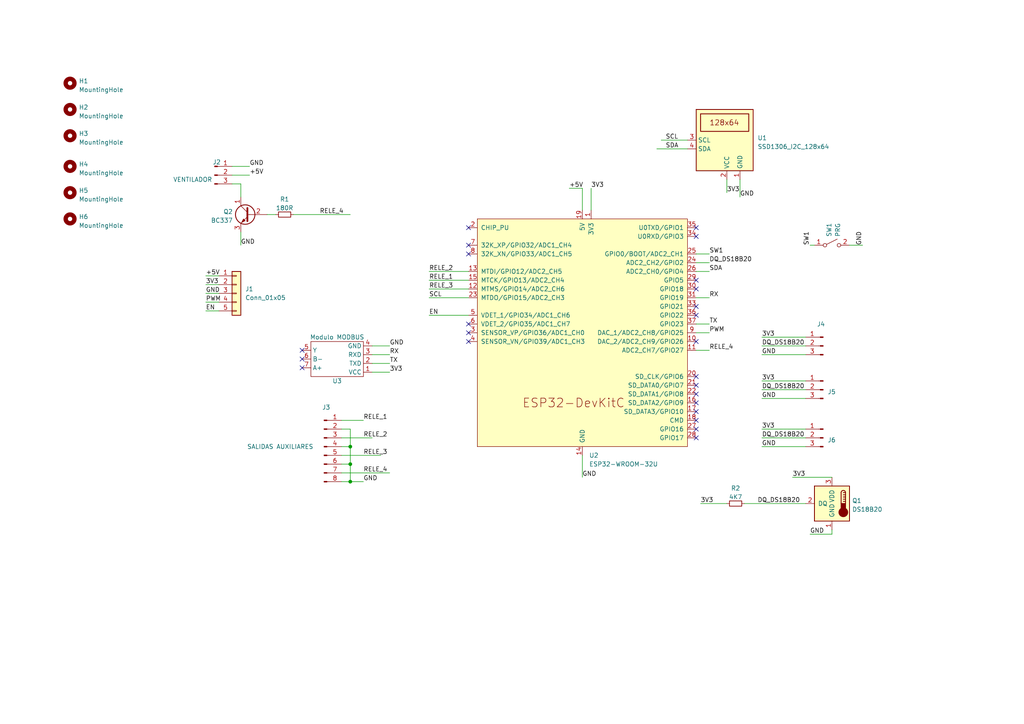
<source format=kicad_sch>
(kicad_sch (version 20230121) (generator eeschema)
  (paper "A4")
  (lib_symbols
    (symbol "Connector:Conn_01x03_Pin" (pin_names (offset 1.016) hide)
      (property "Reference" "J" (at 0 5.08 0))
      (property "Value" "Conn_01x03_Pin" (at 0 -5.08 0))
      (symbol "Conn_01x03_Pin_1_1"
        (polyline (pts (xy 1.27 -2.54) (xy 0.8636 -2.54)) (stroke (width 0.1524)))
        (polyline (pts (xy 1.27 0) (xy 0.8636 0)) (stroke (width 0.1524)))
        (polyline (pts (xy 1.27 2.54) (xy 0.8636 2.54)) (stroke (width 0.1524)))
        (rectangle (start 0.8636 -2.413) (end 0 -2.667) (stroke (width 0.1524)) (fill (type outline)))
        (rectangle (start 0.8636 0.127) (end 0 -0.127) (stroke (width 0.1524)) (fill (type outline)))
        (rectangle (start 0.8636 2.667) (end 0 2.413) (stroke (width 0.1524)) (fill (type outline)))
        (pin passive line (at 5.08 2.54 180) (length 3.81) (name "Pin_1") (number "1"))
        (pin passive line (at 5.08 0 180) (length 3.81) (name "Pin_2") (number "2"))
        (pin passive line (at 5.08 -2.54 180) (length 3.81) (name "Pin_3") (number "3"))
      )
    )
    (symbol "Connector:Conn_01x08_Pin" (pin_names (offset 1.016) hide)
      (property "Reference" "J" (at 0 10.16 0))
      (property "Value" "Conn_01x08_Pin" (at 0 -12.7 0))
      (symbol "Conn_01x08_Pin_1_1"
        (polyline (pts (xy 1.27 -10.16) (xy 0.8636 -10.16)) (stroke (width 0.1524)))
        (polyline (pts (xy 1.27 -7.62) (xy 0.8636 -7.62)) (stroke (width 0.1524)))
        (polyline (pts (xy 1.27 -5.08) (xy 0.8636 -5.08)) (stroke (width 0.1524)))
        (polyline (pts (xy 1.27 -2.54) (xy 0.8636 -2.54)) (stroke (width 0.1524)))
        (polyline (pts (xy 1.27 0) (xy 0.8636 0)) (stroke (width 0.1524)))
        (polyline (pts (xy 1.27 2.54) (xy 0.8636 2.54)) (stroke (width 0.1524)))
        (polyline (pts (xy 1.27 5.08) (xy 0.8636 5.08)) (stroke (width 0.1524)))
        (polyline (pts (xy 1.27 7.62) (xy 0.8636 7.62)) (stroke (width 0.1524)))
        (rectangle (start 0.8636 -10.033) (end 0 -10.287) (stroke (width 0.1524)) (fill (type outline)))
        (rectangle (start 0.8636 -7.493) (end 0 -7.747) (stroke (width 0.1524)) (fill (type outline)))
        (rectangle (start 0.8636 -4.953) (end 0 -5.207) (stroke (width 0.1524)) (fill (type outline)))
        (rectangle (start 0.8636 -2.413) (end 0 -2.667) (stroke (width 0.1524)) (fill (type outline)))
        (rectangle (start 0.8636 0.127) (end 0 -0.127) (stroke (width 0.1524)) (fill (type outline)))
        (rectangle (start 0.8636 2.667) (end 0 2.413) (stroke (width 0.1524)) (fill (type outline)))
        (rectangle (start 0.8636 5.207) (end 0 4.953) (stroke (width 0.1524)) (fill (type outline)))
        (rectangle (start 0.8636 7.747) (end 0 7.493) (stroke (width 0.1524)) (fill (type outline)))
        (pin passive line (at 5.08 7.62 180) (length 3.81) (name "Pin_1") (number "1"))
        (pin passive line (at 5.08 5.08 180) (length 3.81) (name "Pin_2") (number "2"))
        (pin passive line (at 5.08 2.54 180) (length 3.81) (name "Pin_3") (number "3"))
        (pin passive line (at 5.08 0 180) (length 3.81) (name "Pin_4") (number "4"))
        (pin passive line (at 5.08 -2.54 180) (length 3.81) (name "Pin_5") (number "5"))
        (pin passive line (at 5.08 -5.08 180) (length 3.81) (name "Pin_6") (number "6"))
        (pin passive line (at 5.08 -7.62 180) (length 3.81) (name "Pin_7") (number "7"))
        (pin passive line (at 5.08 -10.16 180) (length 3.81) (name "Pin_8") (number "8"))
      )
    )
    (symbol "Connector_Generic:Conn_01x05" (pin_names (offset 1.016) hide)
      (property "Reference" "J" (at 0 7.62 0))
      (property "Value" "Conn_01x05" (at 0 -7.62 0))
      (symbol "Conn_01x05_1_1"
        (rectangle (start -1.27 -4.953) (end 0 -5.207) (stroke (width 0.1524)))
        (rectangle (start -1.27 -2.413) (end 0 -2.667) (stroke (width 0.1524)))
        (rectangle (start -1.27 0.127) (end 0 -0.127) (stroke (width 0.1524)))
        (rectangle (start -1.27 2.667) (end 0 2.413) (stroke (width 0.1524)))
        (rectangle (start -1.27 5.207) (end 0 4.953) (stroke (width 0.1524)))
        (rectangle (start -1.27 6.35) (end 1.27 -6.35) (stroke (width 0.254)) (fill (type background)))
        (pin passive line (at -5.08 5.08 0) (length 3.81) (name "Pin_1") (number "1"))
        (pin passive line (at -5.08 2.54 0) (length 3.81) (name "Pin_2") (number "2"))
        (pin passive line (at -5.08 0 0) (length 3.81) (name "Pin_3") (number "3"))
        (pin passive line (at -5.08 -2.54 0) (length 3.81) (name "Pin_4") (number "4"))
        (pin passive line (at -5.08 -5.08 0) (length 3.81) (name "Pin_5") (number "5"))
      )
    )
    (symbol "Device:R_Small" (pin_numbers hide) (pin_names (offset 0.254) hide)
      (property "Reference" "R" (at 0.762 0.508 0))
      (property "Value" "R_Small" (at 0.762 -1.016 0))
      (symbol "R_Small_0_1"
        (rectangle (start -0.762 1.778) (end 0.762 -1.778) (stroke (width 0.2032)))
      )
      (symbol "R_Small_1_1"
        (pin passive line (at 0 2.54 270) (length 0.762) (name "~") (number "1"))
        (pin passive line (at 0 -2.54 90) (length 0.762) (name "~") (number "2"))
      )
    )
    (symbol "Espressif:ESP32-DevKitC" (pin_names (offset 1.016))
      (property "Reference" "U" (at -30.48 38.1 0))
      (property "Value" "ESP32-DevKitC" (at -30.48 35.56 0))
      (symbol "ESP32-DevKitC_0_0"
        (text "ESP32-DevKitC" (at -2.54 -20.32 0) (effects (font (size 2.54 2.54))))
        (pin power_in line (at 0 -35.56 90) (length 2.54) (name "GND") (number "14"))
        (pin power_in line (at 0 35.56 270) (length 2.54) (name "5V") (number "19"))
      )
      (symbol "ESP32-DevKitC_0_1"
        (rectangle (start -30.48 33.02) (end 30.48 -33.02) (fill (type background)))
      )
      (symbol "ESP32-DevKitC_1_1"
        (pin power_in line (at 2.54 35.56 270) (length 2.54) (name "3V3") (number "1"))
        (pin bidirectional line (at 33.02 -2.54 180) (length 2.54) (name "DAC_2/ADC2_CH9/GPIO26") (number "10"))
        (pin bidirectional line (at 33.02 -5.08 180) (length 2.54) (name "ADC2_CH7/GPIO27") (number "11"))
        (pin bidirectional line (at -33.02 12.7 0) (length 2.54) (name "MTMS/GPIO14/ADC2_CH6") (number "12"))
        (pin bidirectional line (at -33.02 17.78 0) (length 2.54) (name "MTDI/GPIO12/ADC2_CH5") (number "13"))
        (pin bidirectional line (at -33.02 15.24 0) (length 2.54) (name "MTCK/GPIO13/ADC2_CH4") (number "15"))
        (pin bidirectional line (at 33.02 -20.32 180) (length 2.54) (name "SD_DATA2/GPIO9") (number "16"))
        (pin bidirectional line (at 33.02 -22.86 180) (length 2.54) (name "SD_DATA3/GPIO10") (number "17"))
        (pin bidirectional line (at 33.02 -25.4 180) (length 2.54) (name "CMD") (number "18"))
        (pin input line (at -33.02 30.48 0) (length 2.54) (name "CHIP_PU") (number "2"))
        (pin bidirectional line (at 33.02 -12.7 180) (length 2.54) (name "SD_CLK/GPIO6") (number "20"))
        (pin bidirectional line (at 33.02 -15.24 180) (length 2.54) (name "SD_DATA0/GPIO7") (number "21"))
        (pin bidirectional line (at 33.02 -17.78 180) (length 2.54) (name "SD_DATA1/GPIO8") (number "22"))
        (pin bidirectional line (at -33.02 10.16 0) (length 2.54) (name "MTDO/GPIO15/ADC2_CH3") (number "23"))
        (pin bidirectional line (at 33.02 20.32 180) (length 2.54) (name "ADC2_CH2/GPIO2") (number "24"))
        (pin bidirectional line (at 33.02 22.86 180) (length 2.54) (name "GPIO0/BOOT/ADC2_CH1") (number "25"))
        (pin bidirectional line (at 33.02 17.78 180) (length 2.54) (name "ADC2_CH0/GPIO4") (number "26"))
        (pin bidirectional line (at 33.02 -27.94 180) (length 2.54) (name "GPIO16") (number "27"))
        (pin bidirectional line (at 33.02 -30.48 180) (length 2.54) (name "GPIO17") (number "28"))
        (pin bidirectional line (at 33.02 15.24 180) (length 2.54) (name "GPIO5") (number "29"))
        (pin input line (at -33.02 0 0) (length 2.54) (name "SENSOR_VP/GPIO36/ADC1_CH0") (number "3"))
        (pin bidirectional line (at 33.02 12.7 180) (length 2.54) (name "GPIO18") (number "30"))
        (pin bidirectional line (at 33.02 10.16 180) (length 2.54) (name "GPIO19") (number "31"))
        (pin passive line (at 0 -35.56 90) (length 2.54) hide (name "GND") (number "32"))
        (pin bidirectional line (at 33.02 7.62 180) (length 2.54) (name "GPIO21") (number "33"))
        (pin bidirectional line (at 33.02 27.94 180) (length 2.54) (name "U0RXD/GPIO3") (number "34"))
        (pin bidirectional line (at 33.02 30.48 180) (length 2.54) (name "U0TXD/GPIO1") (number "35"))
        (pin bidirectional line (at 33.02 5.08 180) (length 2.54) (name "GPIO22") (number "36"))
        (pin bidirectional line (at 33.02 2.54 180) (length 2.54) (name "GPIO23") (number "37"))
        (pin passive line (at 0 -35.56 90) (length 2.54) hide (name "GND") (number "38"))
        (pin input line (at -33.02 -2.54 0) (length 2.54) (name "SENSOR_VN/GPIO39/ADC1_CH3") (number "4"))
        (pin input line (at -33.02 5.08 0) (length 2.54) (name "VDET_1/GPIO34/ADC1_CH6") (number "5"))
        (pin input line (at -33.02 2.54 0) (length 2.54) (name "VDET_2/GPIO35/ADC1_CH7") (number "6"))
        (pin bidirectional line (at -33.02 25.4 0) (length 2.54) (name "32K_XP/GPIO32/ADC1_CH4") (number "7"))
        (pin bidirectional line (at -33.02 22.86 0) (length 2.54) (name "32K_XN/GPIO33/ADC1_CH5") (number "8"))
        (pin bidirectional line (at 33.02 0 180) (length 2.54) (name "DAC_1/ADC2_CH8/GPIO25") (number "9"))
      )
    )
    (symbol "Mechanical:MountingHole" (pin_names (offset 1.016))
      (property "Reference" "H" (at 0 5.08 0))
      (property "Value" "MountingHole" (at 0 3.175 0))
      (symbol "MountingHole_0_1"
        (circle (center 0 0) (radius 1.27) (stroke (width 1.27)))
      )
    )
    (symbol "OLED_SSD1312_I2C:SSD1312_I2C_128x64"
      (property "Reference" "U" (at 0 3.81 0))
      (property "Value" "SSD1312_I2C_128x64" (at 0 1.27 0))
      (symbol "SSD1312_I2C_128x64_0_0"
        (rectangle (start -6.35 -2.54) (end 7.62 -7.62) (stroke (width 0.254)))
        (text "128x64" (at -3.81 -5.08 0) (effects (font (size 1.524 1.524)) (justify left)))
      )
      (symbol "SSD1312_I2C_128x64_0_1"
        (rectangle (start -7.62 -1.27) (end 8.89 -19.05) (stroke (width 0.254)) (fill (type background)))
      )
      (symbol "SSD1312_I2C_128x64_1_1"
        (pin power_in line (at 5.08 -21.59 90) (length 2.54) (name "GND") (number "1"))
        (pin power_in line (at 1.27 -21.59 90) (length 2.54) (name "VCC") (number "2"))
        (pin input line (at -10.16 -10.16 0) (length 2.54) (name "SCL") (number "3"))
        (pin bidirectional line (at -10.16 -12.7 0) (length 2.54) (name "SDA") (number "4"))
      )
    )
    (symbol "Sensor_Temperature:DS18B20" (pin_names (offset 1.016))
      (property "Reference" "U" (at -3.81 6.35 0))
      (property "Value" "DS18B20" (at 6.35 6.35 0))
      (symbol "DS18B20_0_1"
        (rectangle (start -5.08 5.08) (end 5.08 -5.08) (stroke (width 0.254)) (fill (type background)))
        (circle (center -3.302 -2.54) (radius 1.27) (stroke (width 0.254)) (fill (type outline)))
        (rectangle (start -2.667 -1.905) (end -3.937 0) (stroke (width 0.254)) (fill (type outline)))
        (arc (start -2.667 3.175) (mid -3.302 3.8073) (end -3.937 3.175) (stroke (width 0.254)))
        (polyline (pts (xy -3.937 0.635) (xy -3.302 0.635)) (stroke (width 0.254)))
        (polyline (pts (xy -3.937 1.27) (xy -3.302 1.27)) (stroke (width 0.254)))
        (polyline (pts (xy -3.937 1.905) (xy -3.302 1.905)) (stroke (width 0.254)))
        (polyline (pts (xy -3.937 2.54) (xy -3.302 2.54)) (stroke (width 0.254)))
        (polyline (pts (xy -3.937 3.175) (xy -3.937 0)) (stroke (width 0.254)))
        (polyline (pts (xy -3.937 3.175) (xy -3.302 3.175)) (stroke (width 0.254)))
        (polyline (pts (xy -2.667 3.175) (xy -2.667 0)) (stroke (width 0.254)))
      )
      (symbol "DS18B20_1_1"
        (pin power_in line (at 0 -7.62 90) (length 2.54) (name "GND") (number "1"))
        (pin bidirectional line (at 7.62 0 180) (length 2.54) (name "DQ") (number "2"))
        (pin power_in line (at 0 7.62 270) (length 2.54) (name "VDD") (number "3"))
      )
    )
    (symbol "Switch:SW_SPST" (pin_names (offset 0) hide)
      (property "Reference" "SW" (at 0 3.175 0))
      (property "Value" "SW_SPST" (at 0 -2.54 0))
      (symbol "SW_SPST_0_0"
        (circle (center -2.032 0) (radius 0.508))
        (polyline (pts (xy -1.524 0.254) (xy 1.524 1.778)))
        (circle (center 2.032 0) (radius 0.508))
      )
      (symbol "SW_SPST_1_1"
        (pin passive line (at -5.08 0 0) (length 2.54) (name "A") (number "1"))
        (pin passive line (at 5.08 0 180) (length 2.54) (name "B") (number "2"))
      )
    )
    (symbol "Transistor_BJT:BC337" (pin_names (offset 0) hide)
      (property "Reference" "Q" (at 5.08 1.905 0))
      (property "Value" "BC337" (at 5.08 0 0))
      (symbol "BC337_0_1"
        (polyline (pts (xy 0 0) (xy 0.635 0)))
        (polyline (pts (xy 0.635 0.635) (xy 2.54 2.54)))
        (polyline (pts (xy 0.635 -0.635) (xy 2.54 -2.54) (xy 2.54 -2.54)))
        (polyline (pts (xy 0.635 1.905) (xy 0.635 -1.905) (xy 0.635 -1.905)) (stroke (width 0.508)))
        (polyline (pts (xy 1.27 -1.778) (xy 1.778 -1.27) (xy 2.286 -2.286) (xy 1.27 -1.778) (xy 1.27 -1.778)) (fill (type outline)))
        (circle (center 1.27 0) (radius 2.8194) (stroke (width 0.254)))
      )
      (symbol "BC337_1_1"
        (pin passive line (at 2.54 5.08 270) (length 2.54) (name "C") (number "1"))
        (pin input line (at -5.08 0 0) (length 5.08) (name "B") (number "2"))
        (pin passive line (at 2.54 -5.08 90) (length 2.54) (name "E") (number "3"))
      )
    )
    (symbol "module:HW-519_MODBUS"
      (property "Reference" "U" (at 5.08 3.81 0))
      (symbol "HW-519_MODBUS_0_1"
        (polyline (pts (xy -2.54 2.54) (xy 12.7 2.54) (xy 12.7 -7.62) (xy -2.54 -7.62) (xy -2.54 2.54)))
      )
      (symbol "HW-519_MODBUS_1_1"
        (pin input line (at -5.08 1.27 0) (length 2.54) (name "VCC") (number "1"))
        (pin input line (at -5.08 -1.27 0) (length 2.54) (name "TXD") (number "2"))
        (pin input line (at -5.08 -3.81 0) (length 2.54) (name "RXD") (number "3"))
        (pin input line (at -5.08 -6.35 0) (length 2.54) (name "GND") (number "4"))
        (pin input line (at 15.24 -5.08 180) (length 2.54) (name "Y") (number "5"))
        (pin input line (at 15.24 -2.54 180) (length 2.54) (name "B-") (number "6"))
        (pin input line (at 15.24 0 180) (length 2.54) (name "A+") (number "7"))
      )
    )
  )
  (junction (at 101.6 129.54))
  (junction (at 101.6 139.7))
  (junction (at 101.6 134.62))
  (no_connect (at 201.93 127))
  (no_connect (at 135.89 73.66))
  (no_connect (at 201.93 111.76))
  (no_connect (at 201.93 66.04))
  (no_connect (at 135.89 71.12))
  (no_connect (at 87.63 106.68))
  (no_connect (at 201.93 83.82))
  (no_connect (at 201.93 81.28))
  (no_connect (at 135.89 96.52))
  (no_connect (at 135.89 99.06))
  (no_connect (at 201.93 116.84))
  (no_connect (at 135.89 93.98))
  (no_connect (at 201.93 91.44))
  (no_connect (at 135.89 66.04))
  (no_connect (at 201.93 114.3))
  (no_connect (at 201.93 88.9))
  (no_connect (at 87.63 104.14))
  (no_connect (at 201.93 109.22))
  (no_connect (at 201.93 99.06))
  (no_connect (at 87.63 101.6))
  (no_connect (at 201.93 124.46))
  (no_connect (at 201.93 119.38))
  (no_connect (at 201.93 121.92))
  (no_connect (at 201.93 68.58))
  (wire (pts (xy 69.85 57.15) (xy 69.85 53.34)))
  (wire (pts (xy 77.47 62.23) (xy 80.01 62.23)))
  (wire (pts (xy 99.06 127) (xy 107.95 127)))
  (wire (pts (xy 210.82 146.05) (xy 203.2 146.05)))
  (wire (pts (xy 107.95 105.41) (xy 113.03 105.41)))
  (wire (pts (xy 99.06 129.54) (xy 101.6 129.54)))
  (wire (pts (xy 190.5 43.18) (xy 199.39 43.18)))
  (wire (pts (xy 67.31 48.26) (xy 72.39 48.26)))
  (wire (pts (xy 124.46 81.28) (xy 135.89 81.28)))
  (wire (pts (xy 99.06 139.7) (xy 101.6 139.7)))
  (wire (pts (xy 85.09 62.23) (xy 101.6 62.23)))
  (wire (pts (xy 201.93 101.6) (xy 205.74 101.6)))
  (wire (pts (xy 241.3 154.94) (xy 241.3 153.67)))
  (wire (pts (xy 168.91 54.61) (xy 168.91 60.96)))
  (wire (pts (xy 124.46 83.82) (xy 135.89 83.82)))
  (wire (pts (xy 220.98 113.03) (xy 233.68 113.03)))
  (wire (pts (xy 220.98 124.46) (xy 233.68 124.46)))
  (wire (pts (xy 229.87 138.43) (xy 241.3 138.43)))
  (wire (pts (xy 101.6 134.62) (xy 101.6 139.7)))
  (wire (pts (xy 99.06 121.92) (xy 105.41 121.92)))
  (wire (pts (xy 124.46 78.74) (xy 135.89 78.74)))
  (wire (pts (xy 107.95 100.33) (xy 113.03 100.33)))
  (wire (pts (xy 246.38 71.12) (xy 250.19 71.12)))
  (wire (pts (xy 201.93 86.36) (xy 205.74 86.36)))
  (wire (pts (xy 168.91 132.08) (xy 168.91 138.43)))
  (wire (pts (xy 107.95 102.87) (xy 113.03 102.87)))
  (wire (pts (xy 201.93 96.52) (xy 205.74 96.52)))
  (wire (pts (xy 220.98 129.54) (xy 233.68 129.54)))
  (wire (pts (xy 99.06 134.62) (xy 101.6 134.62)))
  (wire (pts (xy 214.63 52.07) (xy 214.63 57.15)))
  (wire (pts (xy 101.6 124.46) (xy 101.6 129.54)))
  (wire (pts (xy 171.45 54.61) (xy 171.45 60.96)))
  (wire (pts (xy 99.06 132.08) (xy 110.49 132.08)))
  (wire (pts (xy 220.98 102.87) (xy 233.68 102.87)))
  (wire (pts (xy 234.95 71.12) (xy 236.22 71.12)))
  (wire (pts (xy 215.9 146.05) (xy 233.68 146.05)))
  (wire (pts (xy 210.82 52.07) (xy 210.82 55.88)))
  (wire (pts (xy 220.98 97.79) (xy 233.68 97.79)))
  (wire (pts (xy 59.69 90.17) (xy 63.5 90.17)))
  (wire (pts (xy 72.39 50.8) (xy 67.31 50.8)))
  (wire (pts (xy 201.93 93.98) (xy 205.74 93.98)))
  (wire (pts (xy 99.06 124.46) (xy 101.6 124.46)))
  (wire (pts (xy 101.6 129.54) (xy 101.6 134.62)))
  (wire (pts (xy 220.98 127) (xy 233.68 127)))
  (wire (pts (xy 107.95 107.95) (xy 113.03 107.95)))
  (wire (pts (xy 234.95 154.94) (xy 241.3 154.94)))
  (wire (pts (xy 124.46 91.44) (xy 135.89 91.44)))
  (wire (pts (xy 220.98 100.33) (xy 233.68 100.33)))
  (wire (pts (xy 220.98 110.49) (xy 233.68 110.49)))
  (wire (pts (xy 59.69 87.63) (xy 63.5 87.63)))
  (wire (pts (xy 99.06 137.16) (xy 113.03 137.16)))
  (wire (pts (xy 59.69 82.55) (xy 63.5 82.55)))
  (wire (pts (xy 59.69 85.09) (xy 63.5 85.09)))
  (wire (pts (xy 220.98 115.57) (xy 233.68 115.57)))
  (wire (pts (xy 201.93 73.66) (xy 205.74 73.66)))
  (wire (pts (xy 135.89 86.36) (xy 124.46 86.36)))
  (wire (pts (xy 165.1 54.61) (xy 168.91 54.61)))
  (wire (pts (xy 191.77 40.64) (xy 199.39 40.64)))
  (wire (pts (xy 69.85 67.31) (xy 69.85 71.12)))
  (wire (pts (xy 69.85 53.34) (xy 67.31 53.34)))
  (wire (pts (xy 201.93 76.2) (xy 205.74 76.2)))
  (wire (pts (xy 201.93 78.74) (xy 205.74 78.74)))
  (wire (pts (xy 59.69 80.01) (xy 63.5 80.01)))
  (wire (pts (xy 105.41 139.7) (xy 101.6 139.7)))
  (label "TX" (at 205.74 93.98 0))
  (label "+5V" (at 165.1 54.61 0))
  (label "3V3" (at 220.98 97.79 0))
  (label "+5V" (at 72.39 50.8 0))
  (label "GND" (at 220.98 102.87 0))
  (label "EN" (at 59.69 90.17 0))
  (label "DQ_DS18B20" (at 220.98 113.03 0))
  (label "3V3" (at 210.82 55.88 0))
  (label "GND" (at 59.69 85.09 0))
  (label "RELE_2" (at 105.41 127 0))
  (label "GND" (at 234.95 154.94 0))
  (label "3V3" (at 171.45 54.61 0))
  (label "GND" (at 220.98 115.57 0))
  (label "GND" (at 250.19 71.12 90))
  (label "SDA" (at 193.04 43.18 0))
  (label "RX" (at 113.03 102.87 0))
  (label "TX" (at 113.03 105.41 0))
  (label "EN" (at 124.46 91.44 0))
  (label "3V3" (at 229.87 138.43 0))
  (label "+5V" (at 59.69 80.01 0))
  (label "SW1" (at 234.95 71.12 90))
  (label "PWM" (at 59.69 87.63 0))
  (label "GND" (at 72.39 48.26 0))
  (label "SCL" (at 124.46 86.36 0))
  (label "RELE_3" (at 105.41 132.08 0))
  (label "RELE_2" (at 124.46 78.74 0))
  (label "3V3" (at 220.98 110.49 0))
  (label "GND" (at 168.91 138.43 0))
  (label "SW1" (at 205.74 73.66 0))
  (label "DQ_DS18B20" (at 220.98 127 0))
  (label "RX" (at 205.74 86.36 0))
  (label "RELE_4" (at 205.74 101.6 0))
  (label "PWM" (at 205.74 96.52 0))
  (label "GND" (at 69.85 71.12 0))
  (label "RELE_4" (at 105.41 137.16 0))
  (label "GND" (at 220.98 129.54 0))
  (label "RELE_4" (at 92.71 62.23 0))
  (label "DQ_DS18B20" (at 205.74 76.2 0))
  (label "DQ_DS18B20" (at 219.71 146.05 0))
  (label "GND" (at 113.03 100.33 0))
  (label "DQ_DS18B20" (at 220.98 100.33 0))
  (label "GND" (at 214.63 57.15 0))
  (label "RELE_1" (at 124.46 81.28 0))
  (label "RELE_1" (at 105.41 121.92 0))
  (label "SCL" (at 193.04 40.64 0))
  (label "3V3" (at 203.2 146.05 0))
  (label "3V3" (at 59.69 82.55 0))
  (label "RELE_3" (at 124.46 83.82 0))
  (label "GND" (at 105.41 139.7 0))
  (label "3V3" (at 113.03 107.95 0))
  (label "SDA" (at 205.74 78.74 0))
  (label "3V3" (at 220.98 124.46 0))
  (symbol (lib_id "module:HW-519_MODBUS") (at 102.87 106.68 180) (unit 1)
    (property "Reference" "U3" (at 97.79 110.49 0))
    (property "Value" "Modulo MODBUS" (at 97.79 97.79 0))
    (property "Footprint" "Module:MW-519 MODBUS" (effects hide))
  )
  (symbol (lib_id "Mechanical:MountingHole") (at 20.32 31.75 0) (unit 1)
    (property "Reference" "H2" (at 22.86 31.115 0) (effects (justify left)))
    (property "Value" "MountingHole" (at 22.86 33.655 0) (effects (justify left)))
    (property "Footprint" "MountingHole:MountingHole_3.2mm_M3" (effects hide))
  )
  (symbol (lib_id "Connector:Conn_01x08_Pin") (at 93.98 129.54 0) (unit 1)
    (property "Reference" "J3" (at 94.615 118.144 0))
    (property "Value" "SALIDAS AUXILIARES" (at 81.28 129.54 0))
    (property "Footprint" "Connector_PinHeader_2.54mm:PinHeader_1x08_P2.54mm_Vertical" (effects hide))
  )
  (symbol (lib_id "Connector:Conn_01x03_Pin") (at 62.23 50.8 0) (unit 1)
    (property "Reference" "J2" (at 62.865 47.024 0))
    (property "Value" "VENTILADOR" (at 55.88 52.07 0))
    (property "Footprint" "Connector_PinHeader_2.54mm:PinHeader_1x03_P2.54mm_Vertical" (effects hide))
  )
  (symbol (lib_id "Connector:Conn_01x03_Pin") (at 238.76 127 0) (mirror y) (unit 1)
    (property "Reference" "J6" (at 240.03 127.635 0) (effects (justify right)))
    (property "Value" "Conn_01x03_Male" (effects hide))
    (property "Footprint" "Connector_PinHeader_2.54mm:PinHeader_1x03_P2.54mm_Vertical" (effects hide))
  )
  (symbol (lib_id "Transistor_BJT:BC337") (at 72.39 62.23 0) (mirror y) (unit 1)
    (property "Reference" "Q2" (at 67.5386 61.3953 0) (effects (justify left)))
    (property "Value" "BC337" (at 67.5386 63.9322 0) (effects (justify left)))
    (property "Footprint" "Package_TO_SOT_THT:TO-92_Inline" (effects hide))
    (property "Datasheet" "https://diotec.com/tl_files/diotec/files/pdf/datasheets/bc337.pdf" (effects hide))
  )
  (symbol (lib_id "Mechanical:MountingHole") (at 20.32 24.13 0) (unit 1)
    (property "Reference" "H1" (at 22.86 23.495 0) (effects (justify left)))
    (property "Value" "MountingHole" (at 22.86 26.035 0) (effects (justify left)))
    (property "Footprint" "MountingHole:MountingHole_3.2mm_M3" (effects hide))
  )
  (symbol (lib_id "OLED_SSD1312_I2C:SSD1312_I2C_128x64") (at 209.55 30.48 0) (unit 1)
    (property "Reference" "U1" (at 219.71 40.005 0) (effects (justify left)))
    (property "Value" "SSD1306_I2C_128x64" (at 219.71 42.545 0) (effects (justify left)))
    (property "Footprint" "Display:OLED_SSD1306_I2C_0.96" (effects hide))
  )
  (symbol (lib_id "Switch:SW_SPST") (at 241.3 71.12 0) (unit 1)
    (property "Reference" "SW1" (at 240.4653 68.707 90) (effects (justify left)))
    (property "Value" "PRG" (at 243.0022 68.707 90) (effects (justify left)))
    (property "Footprint" "Button_Switch_THT:SW_Tactile_SPST_Angled_PTS645Vx83-2LFS" (effects hide))
  )
  (symbol (lib_id "Device:R_Small") (at 213.36 146.05 90) (unit 1)
    (property "Reference" "R2" (at 213.36 141.6136 90))
    (property "Value" "4K7" (at 213.36 144.1505 90))
    (property "Footprint" "Resistor_SMD:R_0805_2012Metric_Pad1.20x1.40mm_HandSolder" (effects hide))
  )
  (symbol (lib_id "Mechanical:MountingHole") (at 20.32 48.26 0) (unit 1)
    (property "Reference" "H4" (at 22.86 47.625 0) (effects (justify left)))
    (property "Value" "MountingHole" (at 22.86 50.165 0) (effects (justify left)))
    (property "Footprint" "MountingHole:MountingHole_3.2mm_M3" (effects hide))
  )
  (symbol (lib_id "Sensor_Temperature:DS18B20") (at 241.3 146.05 0) (mirror y) (unit 1)
    (property "Reference" "Q1" (at 247.142 145.2153 0) (effects (justify right)))
    (property "Value" "DS18B20" (at 247.142 147.7522 0) (effects (justify right)))
    (property "Footprint" "Package_TO_SOT_THT:TO-92_Inline" (effects hide))
    (property "Datasheet" "http://datasheets.maximintegrated.com/en/ds/DS18B20.pdf" (effects hide))
  )
  (symbol (lib_id "Connector_Generic:Conn_01x05") (at 68.58 85.09 0) (unit 1)
    (property "Reference" "J1" (at 71.12 83.82 0) (effects (justify left)))
    (property "Value" "Conn_01x05" (at 71.12 86.36 0) (effects (justify left)))
    (property "Footprint" "Connector_PinHeader_2.54mm:PinHeader_1x05_P2.54mm_Vertical" (effects hide))
  )
  (symbol (lib_id "Mechanical:MountingHole") (at 20.32 55.88 0) (unit 1)
    (property "Reference" "H5" (at 22.86 55.245 0) (effects (justify left)))
    (property "Value" "MountingHole" (at 22.86 57.785 0) (effects (justify left)))
    (property "Footprint" "MountingHole:MountingHole_3.2mm_M3" (effects hide))
  )
  (symbol (lib_id "Espressif:ESP32-DevKitC") (at 168.91 96.52 0) (unit 1)
    (property "Reference" "U2" (at 170.8659 132.08 0) (effects (justify left)))
    (property "Value" "ESP32-WROOM-32U" (at 170.8659 134.62 0) (effects (justify left)))
    (property "Footprint" "Espressif:ESP32-DevKitC" (effects hide))
    (property "Datasheet" "https://docs.espressif.com/projects/esp-idf/zh_CN/latest/esp32/hw-reference/esp32/get-started-devkitc.html" (effects hide))
  )
  (symbol (lib_id "Device:R_Small") (at 82.55 62.23 90) (unit 1)
    (property "Reference" "R1" (at 82.55 57.7936 90))
    (property "Value" "180R" (at 82.55 60.3305 90))
    (property "Footprint" "Resistor_SMD:R_0805_2012Metric_Pad1.20x1.40mm_HandSolder" (effects hide))
  )
  (symbol (lib_id "Connector:Conn_01x03_Pin") (at 238.76 113.03 0) (mirror y) (unit 1)
    (property "Reference" "J5" (at 240.03 113.665 0) (effects (justify right)))
    (property "Value" "Conn_01x03_Male" (effects hide))
    (property "Footprint" "Connector_PinHeader_2.54mm:PinHeader_1x03_P2.54mm_Vertical" (effects hide))
  )
  (symbol (lib_id "Mechanical:MountingHole") (at 20.32 39.37 0) (unit 1)
    (property "Reference" "H3" (at 22.86 38.735 0) (effects (justify left)))
    (property "Value" "MountingHole" (at 22.86 41.275 0) (effects (justify left)))
    (property "Footprint" "MountingHole:MountingHole_3.2mm_M3" (effects hide))
  )
  (symbol (lib_id "Connector:Conn_01x03_Pin") (at 238.76 100.33 0) (mirror y) (unit 1)
    (property "Reference" "J4" (at 238.125 94.014 0))
    (property "Value" "Conn_01x03_Male" (effects hide))
    (property "Footprint" "Connector_PinHeader_2.54mm:PinHeader_1x03_P2.54mm_Vertical" (effects hide))
  )
  (symbol (lib_id "Mechanical:MountingHole") (at 20.32 63.5 0) (unit 1)
    (property "Reference" "H6" (at 22.86 62.865 0) (effects (justify left)))
    (property "Value" "MountingHole" (at 22.86 65.405 0) (effects (justify left)))
    (property "Footprint" "MountingHole:MountingHole_3.2mm_M3" (effects hide))
  )
)
</source>
